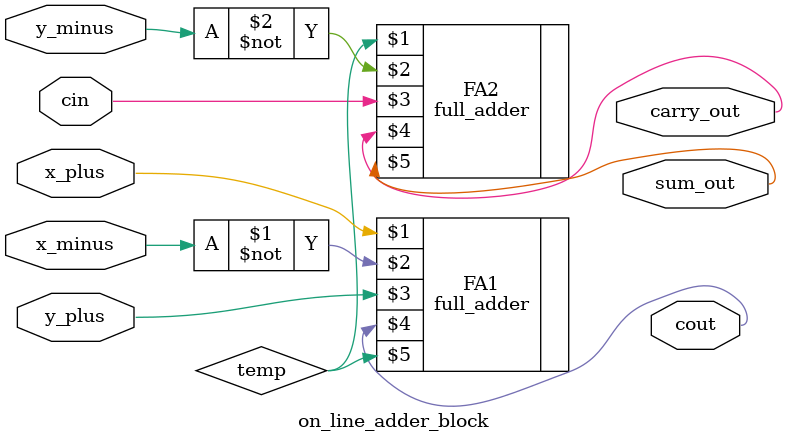
<source format=v>
module on_line_adder_block(x_plus,x_minus,y_plus,y_minus,cin,cout,carry_out,sum_out);

input x_plus,x_minus,y_plus,y_minus,cin;
output cout,carry_out,sum_out;

wire temp;


full_adder FA1(x_plus,~x_minus,y_plus,cout,temp);
full_adder FA2(temp,~y_minus,cin,carry_out,sum_out);

endmodule
	
</source>
